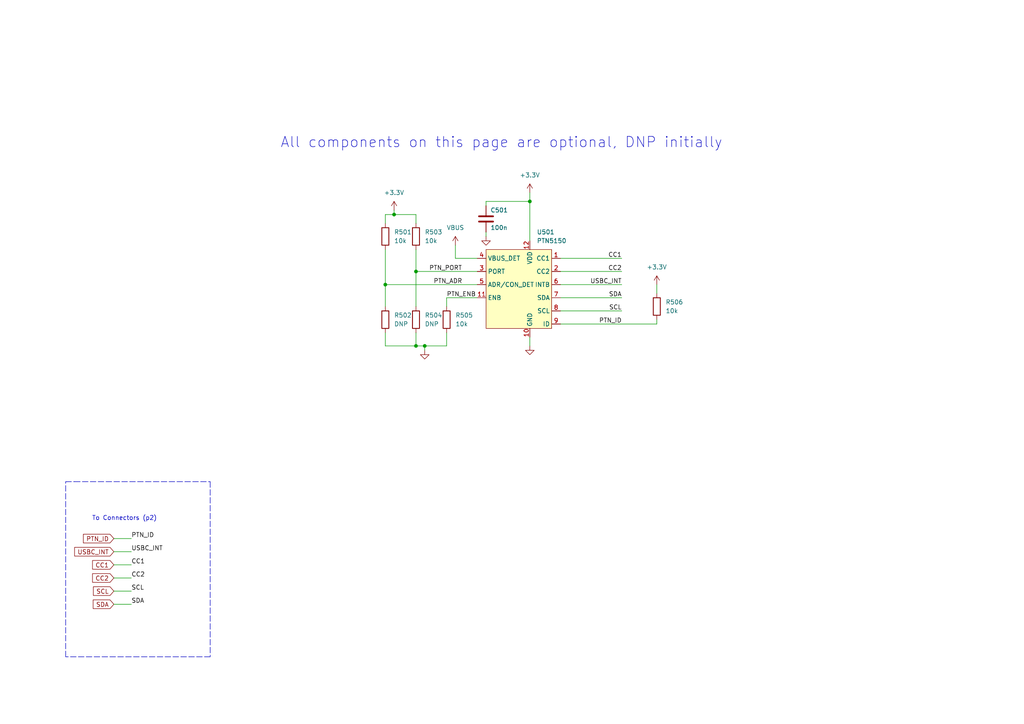
<source format=kicad_sch>
(kicad_sch (version 20211123) (generator eeschema)
  (paper "A4")
  (title_block (rev "0.3") (company "Eldalote Electronics"))
  (lib_symbols
    (symbol "Device:C" (pin_numbers hide) (pin_names (offset 0.254))
      (property "Reference" "C" (at 0.635 2.54 0))
      (property "Value" "C" (at 0.635 -2.54 0))
      (symbol "C_0_1"
        (polyline (pts (xy -2.032 -0.762) (xy 2.032 -0.762)) (stroke (width 0.508)))
        (polyline (pts (xy -2.032 0.762) (xy 2.032 0.762)) (stroke (width 0.508)))
      )
      (symbol "C_1_1"
        (pin passive line (at 0 3.81 270) (length 2.794) (name "~") (number "1"))
        (pin passive line (at 0 -3.81 90) (length 2.794) (name "~") (number "2"))
      )
    )
    (symbol "Device:R" (pin_numbers hide) (pin_names (offset 0))
      (property "Reference" "R" (at 2.032 0 90))
      (property "Value" "R" (at 0 0 90))
      (symbol "R_0_1"
        (rectangle (start -1.016 -2.54) (end 1.016 2.54) (stroke (width 0.254)))
      )
      (symbol "R_1_1"
        (pin passive line (at 0 3.81 270) (length 1.27) (name "~") (number "1"))
        (pin passive line (at 0 -3.81 90) (length 1.27) (name "~") (number "2"))
      )
    )
    (symbol "Eldalote_symbols:PTN5150"
      (property "Reference" "U" (at 2.54 6.35 0))
      (property "Value" "PTN5150" (at -10.16 -19.05 0))
      (symbol "PTN5150_0_1"
        (rectangle (start -13.97 5.08) (end 5.08 -17.78) (fill (type background)))
      )
      (symbol "PTN5150_1_1"
        (pin passive line (at 7.62 2.54 180) (length 2.54) (name "CC1") (number "1"))
        (pin passive line (at -1.27 -20.32 90) (length 2.54) (name "GND") (number "10"))
        (pin passive line (at -16.51 -8.89 0) (length 2.54) (name "ENB") (number "11"))
        (pin passive line (at -1.27 7.62 270) (length 2.54) (name "VDD") (number "12"))
        (pin passive line (at 7.62 -1.27 180) (length 2.54) (name "CC2") (number "2"))
        (pin passive line (at -16.51 -1.27 0) (length 2.54) (name "PORT") (number "3"))
        (pin passive line (at -16.51 2.54 0) (length 2.54) (name "VBUS_DET") (number "4"))
        (pin passive line (at -16.51 -5.08 0) (length 2.54) (name "ADR/CON_DET") (number "5"))
        (pin passive line (at 7.62 -5.08 180) (length 2.54) (name "INTB") (number "6"))
        (pin passive line (at 7.62 -8.89 180) (length 2.54) (name "SDA") (number "7"))
        (pin passive line (at 7.62 -12.7 180) (length 2.54) (name "SCL") (number "8"))
        (pin passive line (at 7.62 -16.51 180) (length 2.54) (name "ID") (number "9"))
      )
    )
    (symbol "power:+3.3V" (power) (pin_names (offset 0))
      (property "Value" "+3.3V" (at 0 3.556 0))
      (symbol "+3.3V_0_1"
        (polyline (pts (xy -0.762 1.27) (xy 0 2.54)))
        (polyline (pts (xy 0 0) (xy 0 2.54)))
        (polyline (pts (xy 0 2.54) (xy 0.762 1.27)))
      )
      (symbol "+3.3V_1_1"
        (pin power_in line (at 0 0 90) (length 0) hide (name "+3.3V") (number "1"))
      )
    )
    (symbol "power:GND" (power) (pin_names (offset 0))
      (property "Value" "GND" (at 0 -3.81 0))
      (symbol "GND_0_1"
        (polyline (pts (xy 0 0) (xy 0 -1.27) (xy 1.27 -1.27) (xy 0 -2.54) (xy -1.27 -1.27) (xy 0 -1.27)))
      )
      (symbol "GND_1_1"
        (pin power_in line (at 0 0 270) (length 0) hide (name "GND") (number "1"))
      )
    )
    (symbol "power:VBUS" (power) (pin_names (offset 0))
      (property "Value" "VBUS" (at 0 3.81 0))
      (symbol "VBUS_0_1"
        (polyline (pts (xy -0.762 1.27) (xy 0 2.54)))
        (polyline (pts (xy 0 0) (xy 0 2.54)))
        (polyline (pts (xy 0 2.54) (xy 0.762 1.27)))
      )
      (symbol "VBUS_1_1"
        (pin power_in line (at 0 0 90) (length 0) hide (name "VBUS") (number "1"))
      )
    )
  )
  (junction (at 120.65 78.74))
  (junction (at 120.65 100.33))
  (junction (at 123.19 100.33))
  (junction (at 114.3 62.23))
  (junction (at 111.76 82.55))
  (junction (at 153.67 58.42))
  (wire (pts (xy 111.76 100.33) (xy 120.65 100.33)))
  (polyline (pts (xy 60.96 139.7) (xy 60.96 190.5)))
  (wire (pts (xy 33.02 156.21) (xy 38.1 156.21)))
  (wire (pts (xy 190.5 93.98) (xy 190.5 92.71)))
  (polyline (pts (xy 19.05 139.7) (xy 21.59 139.7)))
  (wire (pts (xy 120.65 62.23) (xy 120.65 64.77)))
  (wire (pts (xy 140.97 67.31) (xy 140.97 68.58)))
  (wire (pts (xy 153.67 97.79) (xy 153.67 100.33)))
  (wire (pts (xy 114.3 60.96) (xy 114.3 62.23)))
  (wire (pts (xy 123.19 100.33) (xy 120.65 100.33)))
  (polyline (pts (xy 60.96 190.5) (xy 19.05 190.5)))
  (wire (pts (xy 114.3 62.23) (xy 111.76 62.23)))
  (wire (pts (xy 162.56 78.74) (xy 180.34 78.74)))
  (polyline (pts (xy 19.05 190.5) (xy 19.05 139.7)))
  (wire (pts (xy 120.65 62.23) (xy 114.3 62.23)))
  (wire (pts (xy 111.76 82.55) (xy 138.43 82.55)))
  (wire (pts (xy 132.08 74.93) (xy 138.43 74.93)))
  (wire (pts (xy 162.56 74.93) (xy 180.34 74.93)))
  (wire (pts (xy 111.76 82.55) (xy 111.76 88.9)))
  (wire (pts (xy 153.67 58.42) (xy 153.67 69.85)))
  (polyline (pts (xy 21.59 139.7) (xy 60.96 139.7)))
  (wire (pts (xy 162.56 90.17) (xy 180.34 90.17)))
  (wire (pts (xy 138.43 86.36) (xy 129.54 86.36)))
  (wire (pts (xy 162.56 86.36) (xy 180.34 86.36)))
  (wire (pts (xy 123.19 100.33) (xy 123.19 101.6)))
  (wire (pts (xy 33.02 160.02) (xy 38.1 160.02)))
  (wire (pts (xy 140.97 58.42) (xy 153.67 58.42)))
  (wire (pts (xy 153.67 55.88) (xy 153.67 58.42)))
  (wire (pts (xy 138.43 78.74) (xy 120.65 78.74)))
  (wire (pts (xy 33.02 167.64) (xy 38.1 167.64)))
  (wire (pts (xy 33.02 163.83) (xy 38.1 163.83)))
  (wire (pts (xy 132.08 71.12) (xy 132.08 74.93)))
  (wire (pts (xy 140.97 59.69) (xy 140.97 58.42)))
  (wire (pts (xy 111.76 72.39) (xy 111.76 82.55)))
  (wire (pts (xy 190.5 82.55) (xy 190.5 85.09)))
  (wire (pts (xy 33.02 175.26) (xy 38.1 175.26)))
  (wire (pts (xy 129.54 96.52) (xy 129.54 100.33)))
  (wire (pts (xy 162.56 82.55) (xy 180.34 82.55)))
  (wire (pts (xy 33.02 171.45) (xy 38.1 171.45)))
  (wire (pts (xy 111.76 62.23) (xy 111.76 64.77)))
  (wire (pts (xy 129.54 100.33) (xy 123.19 100.33)))
  (wire (pts (xy 120.65 78.74) (xy 120.65 88.9)))
  (wire (pts (xy 162.56 93.98) (xy 190.5 93.98)))
  (wire (pts (xy 129.54 88.9) (xy 129.54 86.36)))
  (wire (pts (xy 120.65 100.33) (xy 120.65 96.52)))
  (wire (pts (xy 111.76 96.52) (xy 111.76 100.33)))
  (wire (pts (xy 120.65 78.74) (xy 120.65 72.39)))
  (text "All components on this page are optional, DNP initially\n" (at 81.28 43.18 0) (effects (font (size 3 3)) (justify left bottom)))
  (text "To Connectors (p2)\n" (at 26.67 151.13 0) (effects (font (size 1.27 1.27)) (justify left bottom)))
  (label "SCL" (at 38.1 171.45 0))
  (label "CC2" (at 38.1 167.64 0))
  (label "SDA" (at 38.1 175.26 0))
  (label "SCL" (at 180.34 90.17 180))
  (label "CC1" (at 180.34 74.93 180))
  (label "PTN_ID" (at 38.1 156.21 0))
  (label "USBC_INT" (at 180.34 82.55 180))
  (label "PTN_ADR" (at 125.73 82.55 0))
  (label "SDA" (at 180.34 86.36 180))
  (label "PTN_PORT" (at 124.46 78.74 0))
  (label "CC1" (at 38.1 163.83 0))
  (label "PTN_ID" (at 180.34 93.98 180))
  (label "CC2" (at 180.34 78.74 180))
  (label "USBC_INT" (at 38.1 160.02 0))
  (label "PTN_ENB" (at 129.54 86.36 0))
  (global_label "SDA" (shape input) (at 33.02 175.26 180) (property "Intersheet References" "${INTERSHEET_REFS}" (effects hide)))
  (global_label "SCL" (shape input) (at 33.02 171.45 180) (property "Intersheet References" "${INTERSHEET_REFS}" (effects hide)))
  (global_label "CC1" (shape input) (at 33.02 163.83 180) (property "Intersheet References" "${INTERSHEET_REFS}" (effects hide)))
  (global_label "PTN_ID" (shape input) (at 33.02 156.21 180) (property "Intersheet References" "${INTERSHEET_REFS}" (effects hide)))
  (global_label "USBC_INT" (shape input) (at 33.02 160.02 180) (property "Intersheet References" "${INTERSHEET_REFS}" (effects hide)))
  (global_label "CC2" (shape input) (at 33.02 167.64 180) (property "Intersheet References" "${INTERSHEET_REFS}" (effects hide)))
  (symbol (lib_id "Device:R") (at 120.65 92.71 180) (unit 1)
    (property "Reference" "R504" (at 123.19 91.4399 0) (effects (justify right)))
    (property "Value" "DNP" (at 123.19 93.9799 0) (effects (justify right)))
    (property "Footprint" "Resistor_SMD:R_0402_1005Metric" (effects hide))
  )
  (symbol (lib_id "Device:R") (at 111.76 68.58 180) (unit 1)
    (property "Reference" "R501" (at 114.3 67.3099 0) (effects (justify right)))
    (property "Value" "10k" (at 114.3 69.8499 0) (effects (justify right)))
    (property "Footprint" "Resistor_SMD:R_0402_1005Metric" (effects hide))
    (property "MfID" "CR0402-FX-1002GLF" (effects hide))
  )
  (symbol (lib_id "Device:R") (at 111.76 92.71 180) (unit 1)
    (property "Reference" "R502" (at 114.3 91.4399 0) (effects (justify right)))
    (property "Value" "DNP" (at 114.3 93.9799 0) (effects (justify right)))
    (property "Footprint" "Resistor_SMD:R_0402_1005Metric" (effects hide))
  )
  (symbol (lib_id "power:VBUS") (at 132.08 71.12 0) (unit 1)
    (property "Reference" "#PWR0502" (effects hide))
    (property "Value" "VBUS" (at 132.08 66.04 0))
  )
  (symbol (lib_id "Device:R") (at 190.5 88.9 180) (unit 1)
    (property "Reference" "R506" (at 193.04 87.6299 0) (effects (justify right)))
    (property "Value" "10k" (at 193.04 90.1699 0) (effects (justify right)))
    (property "Footprint" "Resistor_SMD:R_0402_1005Metric" (effects hide))
    (property "MfID" "CR0402-FX-1002GLF" (effects hide))
  )
  (symbol (lib_id "Eldalote_symbols:PTN5150") (at 154.94 77.47 0) (unit 1)
    (property "Reference" "U501" (at 155.6894 67.31 0) (effects (justify left)))
    (property "Value" "PTN5150" (at 155.6894 69.85 0) (effects (justify left)))
    (property "Footprint" "Package_DFN_QFN:Texas_X2QFN-12_1.6x1.6mm_P0.4mm" (effects hide))
  )
  (symbol (lib_id "power:+3.3V") (at 114.3 60.96 0) (unit 1)
    (property "Reference" "#PWR0107" (effects hide))
    (property "Value" "+3.3V" (at 114.3 55.88 0))
  )
  (symbol (lib_id "power:GND") (at 153.67 100.33 0) (unit 1)
    (property "Reference" "#PWR0501" (effects hide))
    (property "Value" "GND" (effects hide))
  )
  (symbol (lib_id "Device:R") (at 129.54 92.71 180) (unit 1)
    (property "Reference" "R505" (at 132.08 91.4399 0) (effects (justify right)))
    (property "Value" "10k" (at 132.08 93.9799 0) (effects (justify right)))
    (property "Footprint" "Resistor_SMD:R_0402_1005Metric" (effects hide))
    (property "MfID" "CR0402-FX-1002GLF" (effects hide))
  )
  (symbol (lib_id "power:+3.3V") (at 153.67 55.88 0) (unit 1)
    (property "Reference" "#PWR0504" (effects hide))
    (property "Value" "+3.3V" (at 153.67 50.8 0))
  )
  (symbol (lib_id "power:GND") (at 140.97 68.58 0) (unit 1)
    (property "Reference" "#PWR0105" (effects hide))
    (property "Value" "GND" (effects hide))
  )
  (symbol (lib_id "power:+3.3V") (at 190.5 82.55 0) (unit 1)
    (property "Reference" "#PWR0503" (effects hide))
    (property "Value" "+3.3V" (at 190.5 77.47 0))
  )
  (symbol (lib_id "Device:C") (at 140.97 63.5 0) (unit 1)
    (property "Reference" "C501" (at 142.24 60.96 0) (effects (justify left)))
    (property "Value" "100n" (at 142.24 66.04 0) (effects (justify left)))
    (property "Footprint" "Capacitor_SMD:C_0402_1005Metric" (effects hide))
    (property "Extra Requirement" "25V" (effects hide))
    (property "MfID" "CL05A104KA5NNNC" (effects hide))
  )
  (symbol (lib_id "power:GND") (at 123.19 101.6 0) (unit 1)
    (property "Reference" "#PWR0106" (effects hide))
    (property "Value" "GND" (effects hide))
  )
  (symbol (lib_id "Device:R") (at 120.65 68.58 180) (unit 1)
    (property "Reference" "R503" (at 123.19 67.3099 0) (effects (justify right)))
    (property "Value" "10k" (at 123.19 69.8499 0) (effects (justify right)))
    (property "Footprint" "Resistor_SMD:R_0402_1005Metric" (effects hide))
    (property "MfID" "CR0402-FX-1002GLF" (effects hide))
  )
)
</source>
